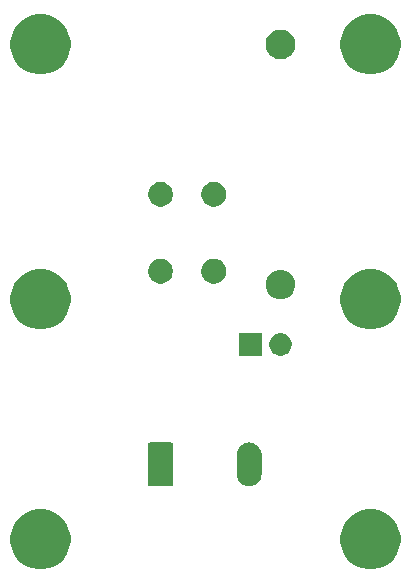
<source format=gbr>
G04 #@! TF.GenerationSoftware,KiCad,Pcbnew,5.1.1-8be2ce7~80~ubuntu18.04.1*
G04 #@! TF.CreationDate,2019-04-20T17:41:40+02:00*
G04 #@! TF.ProjectId,EH19,45483139-2e6b-4696-9361-645f70636258,rev?*
G04 #@! TF.SameCoordinates,Original*
G04 #@! TF.FileFunction,Soldermask,Top*
G04 #@! TF.FilePolarity,Negative*
%FSLAX46Y46*%
G04 Gerber Fmt 4.6, Leading zero omitted, Abs format (unit mm)*
G04 Created by KiCad (PCBNEW 5.1.1-8be2ce7~80~ubuntu18.04.1) date 2019-04-20 17:41:40*
%MOMM*%
%LPD*%
G04 APERTURE LIST*
%ADD10C,0.100000*%
G04 APERTURE END LIST*
D10*
G36*
X136634098Y-108037033D02*
G01*
X137098350Y-108229332D01*
X137098352Y-108229333D01*
X137516168Y-108508509D01*
X137871491Y-108863832D01*
X138150667Y-109281648D01*
X138150668Y-109281650D01*
X138342967Y-109745902D01*
X138441000Y-110238747D01*
X138441000Y-110741253D01*
X138342967Y-111234098D01*
X138150668Y-111698350D01*
X138150667Y-111698352D01*
X137871491Y-112116168D01*
X137516168Y-112471491D01*
X137098352Y-112750667D01*
X137098351Y-112750668D01*
X137098350Y-112750668D01*
X136634098Y-112942967D01*
X136141253Y-113041000D01*
X135638747Y-113041000D01*
X135145902Y-112942967D01*
X134681650Y-112750668D01*
X134681649Y-112750668D01*
X134681648Y-112750667D01*
X134263832Y-112471491D01*
X133908509Y-112116168D01*
X133629333Y-111698352D01*
X133629332Y-111698350D01*
X133437033Y-111234098D01*
X133339000Y-110741253D01*
X133339000Y-110238747D01*
X133437033Y-109745902D01*
X133629332Y-109281650D01*
X133629333Y-109281648D01*
X133908509Y-108863832D01*
X134263832Y-108508509D01*
X134681648Y-108229333D01*
X134681650Y-108229332D01*
X135145902Y-108037033D01*
X135638747Y-107939000D01*
X136141253Y-107939000D01*
X136634098Y-108037033D01*
X136634098Y-108037033D01*
G37*
G36*
X164574098Y-108037033D02*
G01*
X165038350Y-108229332D01*
X165038352Y-108229333D01*
X165456168Y-108508509D01*
X165811491Y-108863832D01*
X166090667Y-109281648D01*
X166090668Y-109281650D01*
X166282967Y-109745902D01*
X166381000Y-110238747D01*
X166381000Y-110741253D01*
X166282967Y-111234098D01*
X166090668Y-111698350D01*
X166090667Y-111698352D01*
X165811491Y-112116168D01*
X165456168Y-112471491D01*
X165038352Y-112750667D01*
X165038351Y-112750668D01*
X165038350Y-112750668D01*
X164574098Y-112942967D01*
X164081253Y-113041000D01*
X163578747Y-113041000D01*
X163085902Y-112942967D01*
X162621650Y-112750668D01*
X162621649Y-112750668D01*
X162621648Y-112750667D01*
X162203832Y-112471491D01*
X161848509Y-112116168D01*
X161569333Y-111698352D01*
X161569332Y-111698350D01*
X161377033Y-111234098D01*
X161279000Y-110741253D01*
X161279000Y-110238747D01*
X161377033Y-109745902D01*
X161569332Y-109281650D01*
X161569333Y-109281648D01*
X161848509Y-108863832D01*
X162203832Y-108508509D01*
X162621648Y-108229333D01*
X162621650Y-108229332D01*
X163085902Y-108037033D01*
X163578747Y-107939000D01*
X164081253Y-107939000D01*
X164574098Y-108037033D01*
X164574098Y-108037033D01*
G37*
G36*
X153756031Y-102304207D02*
G01*
X153954145Y-102364305D01*
X153954148Y-102364306D01*
X154008872Y-102393557D01*
X154136729Y-102461897D01*
X154296765Y-102593235D01*
X154428103Y-102753271D01*
X154428104Y-102753273D01*
X154525694Y-102935851D01*
X154525694Y-102935852D01*
X154525695Y-102935854D01*
X154585793Y-103133968D01*
X154601000Y-103288370D01*
X154601000Y-104991630D01*
X154585793Y-105146032D01*
X154525695Y-105344146D01*
X154525694Y-105344149D01*
X154473939Y-105440975D01*
X154428103Y-105526729D01*
X154296765Y-105686765D01*
X154136729Y-105818103D01*
X154067976Y-105854852D01*
X153954149Y-105915694D01*
X153954146Y-105915695D01*
X153756032Y-105975793D01*
X153550000Y-105996085D01*
X153343969Y-105975793D01*
X153145855Y-105915695D01*
X153145852Y-105915694D01*
X153032025Y-105854852D01*
X152963272Y-105818103D01*
X152803236Y-105686765D01*
X152671898Y-105526729D01*
X152637904Y-105463130D01*
X152574305Y-105344146D01*
X152514207Y-105146033D01*
X152499000Y-104991631D01*
X152499000Y-103288370D01*
X152514207Y-103133971D01*
X152514207Y-103133969D01*
X152574305Y-102935855D01*
X152574306Y-102935852D01*
X152609521Y-102869970D01*
X152671897Y-102753271D01*
X152803235Y-102593235D01*
X152963271Y-102461897D01*
X153091127Y-102393557D01*
X153145851Y-102364306D01*
X153145854Y-102364305D01*
X153343968Y-102304207D01*
X153550000Y-102283915D01*
X153756031Y-102304207D01*
X153756031Y-102304207D01*
G37*
G36*
X146964852Y-102292840D02*
G01*
X146996443Y-102302423D01*
X147025557Y-102317985D01*
X147051074Y-102338926D01*
X147072015Y-102364443D01*
X147087577Y-102393557D01*
X147097160Y-102425148D01*
X147101000Y-102464140D01*
X147101000Y-105815860D01*
X147097160Y-105854852D01*
X147087577Y-105886443D01*
X147072015Y-105915557D01*
X147051074Y-105941074D01*
X147025557Y-105962015D01*
X146996443Y-105977577D01*
X146964852Y-105987160D01*
X146925860Y-105991000D01*
X145174140Y-105991000D01*
X145135148Y-105987160D01*
X145103557Y-105977577D01*
X145074443Y-105962015D01*
X145048926Y-105941074D01*
X145027985Y-105915557D01*
X145012423Y-105886443D01*
X145002840Y-105854852D01*
X144999000Y-105815860D01*
X144999000Y-102464140D01*
X145002840Y-102425148D01*
X145012423Y-102393557D01*
X145027985Y-102364443D01*
X145048926Y-102338926D01*
X145074443Y-102317985D01*
X145103557Y-102302423D01*
X145135148Y-102292840D01*
X145174140Y-102289000D01*
X146925860Y-102289000D01*
X146964852Y-102292840D01*
X146964852Y-102292840D01*
G37*
G36*
X154621000Y-94931000D02*
G01*
X152719000Y-94931000D01*
X152719000Y-93029000D01*
X154621000Y-93029000D01*
X154621000Y-94931000D01*
X154621000Y-94931000D01*
G37*
G36*
X156487395Y-93065546D02*
G01*
X156660466Y-93137234D01*
X156660467Y-93137235D01*
X156816227Y-93241310D01*
X156948690Y-93373773D01*
X156948691Y-93373775D01*
X157052766Y-93529534D01*
X157124454Y-93702605D01*
X157161000Y-93886333D01*
X157161000Y-94073667D01*
X157124454Y-94257395D01*
X157052766Y-94430466D01*
X157052765Y-94430467D01*
X156948690Y-94586227D01*
X156816227Y-94718690D01*
X156737818Y-94771081D01*
X156660466Y-94822766D01*
X156487395Y-94894454D01*
X156303667Y-94931000D01*
X156116333Y-94931000D01*
X155932605Y-94894454D01*
X155759534Y-94822766D01*
X155682182Y-94771081D01*
X155603773Y-94718690D01*
X155471310Y-94586227D01*
X155367235Y-94430467D01*
X155367234Y-94430466D01*
X155295546Y-94257395D01*
X155259000Y-94073667D01*
X155259000Y-93886333D01*
X155295546Y-93702605D01*
X155367234Y-93529534D01*
X155471309Y-93373775D01*
X155471310Y-93373773D01*
X155603773Y-93241310D01*
X155759533Y-93137235D01*
X155759534Y-93137234D01*
X155932605Y-93065546D01*
X156116333Y-93029000D01*
X156303667Y-93029000D01*
X156487395Y-93065546D01*
X156487395Y-93065546D01*
G37*
G36*
X164574098Y-87717033D02*
G01*
X165038350Y-87909332D01*
X165038352Y-87909333D01*
X165456168Y-88188509D01*
X165811491Y-88543832D01*
X166049475Y-88900000D01*
X166090668Y-88961650D01*
X166282967Y-89425902D01*
X166381000Y-89918747D01*
X166381000Y-90421253D01*
X166282967Y-90914098D01*
X166090668Y-91378350D01*
X166090667Y-91378352D01*
X165811491Y-91796168D01*
X165456168Y-92151491D01*
X165038352Y-92430667D01*
X165038351Y-92430668D01*
X165038350Y-92430668D01*
X164574098Y-92622967D01*
X164081253Y-92721000D01*
X163578747Y-92721000D01*
X163085902Y-92622967D01*
X162621650Y-92430668D01*
X162621649Y-92430668D01*
X162621648Y-92430667D01*
X162203832Y-92151491D01*
X161848509Y-91796168D01*
X161569333Y-91378352D01*
X161569332Y-91378350D01*
X161377033Y-90914098D01*
X161279000Y-90421253D01*
X161279000Y-89918747D01*
X161377033Y-89425902D01*
X161569332Y-88961650D01*
X161610525Y-88900000D01*
X161848509Y-88543832D01*
X162203832Y-88188509D01*
X162621648Y-87909333D01*
X162621650Y-87909332D01*
X163085902Y-87717033D01*
X163578747Y-87619000D01*
X164081253Y-87619000D01*
X164574098Y-87717033D01*
X164574098Y-87717033D01*
G37*
G36*
X136634098Y-87717033D02*
G01*
X137098350Y-87909332D01*
X137098352Y-87909333D01*
X137516168Y-88188509D01*
X137871491Y-88543832D01*
X138109475Y-88900000D01*
X138150668Y-88961650D01*
X138342967Y-89425902D01*
X138441000Y-89918747D01*
X138441000Y-90421253D01*
X138342967Y-90914098D01*
X138150668Y-91378350D01*
X138150667Y-91378352D01*
X137871491Y-91796168D01*
X137516168Y-92151491D01*
X137098352Y-92430667D01*
X137098351Y-92430668D01*
X137098350Y-92430668D01*
X136634098Y-92622967D01*
X136141253Y-92721000D01*
X135638747Y-92721000D01*
X135145902Y-92622967D01*
X134681650Y-92430668D01*
X134681649Y-92430668D01*
X134681648Y-92430667D01*
X134263832Y-92151491D01*
X133908509Y-91796168D01*
X133629333Y-91378352D01*
X133629332Y-91378350D01*
X133437033Y-90914098D01*
X133339000Y-90421253D01*
X133339000Y-89918747D01*
X133437033Y-89425902D01*
X133629332Y-88961650D01*
X133670525Y-88900000D01*
X133908509Y-88543832D01*
X134263832Y-88188509D01*
X134681648Y-87909333D01*
X134681650Y-87909332D01*
X135145902Y-87717033D01*
X135638747Y-87619000D01*
X136141253Y-87619000D01*
X136634098Y-87717033D01*
X136634098Y-87717033D01*
G37*
G36*
X156455239Y-87667101D02*
G01*
X156691053Y-87738634D01*
X156908381Y-87854799D01*
X157098871Y-88011129D01*
X157255201Y-88201619D01*
X157371366Y-88418947D01*
X157442899Y-88654761D01*
X157467053Y-88900000D01*
X157442899Y-89145239D01*
X157371366Y-89381053D01*
X157255201Y-89598381D01*
X157098871Y-89788871D01*
X156908381Y-89945201D01*
X156691053Y-90061366D01*
X156455239Y-90132899D01*
X156271457Y-90151000D01*
X156148543Y-90151000D01*
X155964761Y-90132899D01*
X155728947Y-90061366D01*
X155511619Y-89945201D01*
X155321129Y-89788871D01*
X155164799Y-89598381D01*
X155048634Y-89381053D01*
X154977101Y-89145239D01*
X154952947Y-88900000D01*
X154977101Y-88654761D01*
X155048634Y-88418947D01*
X155164799Y-88201619D01*
X155321129Y-88011129D01*
X155511619Y-87854799D01*
X155728947Y-87738634D01*
X155964761Y-87667101D01*
X156148543Y-87649000D01*
X156271457Y-87649000D01*
X156455239Y-87667101D01*
X156455239Y-87667101D01*
G37*
G36*
X150856564Y-86769389D02*
G01*
X151047833Y-86848615D01*
X151047835Y-86848616D01*
X151219973Y-86963635D01*
X151366365Y-87110027D01*
X151481385Y-87282167D01*
X151560611Y-87473436D01*
X151601000Y-87676484D01*
X151601000Y-87883516D01*
X151560611Y-88086564D01*
X151512953Y-88201620D01*
X151481384Y-88277835D01*
X151366365Y-88449973D01*
X151219973Y-88596365D01*
X151047835Y-88711384D01*
X151047834Y-88711385D01*
X151047833Y-88711385D01*
X150856564Y-88790611D01*
X150653516Y-88831000D01*
X150446484Y-88831000D01*
X150243436Y-88790611D01*
X150052167Y-88711385D01*
X150052166Y-88711385D01*
X150052165Y-88711384D01*
X149880027Y-88596365D01*
X149733635Y-88449973D01*
X149618616Y-88277835D01*
X149587047Y-88201620D01*
X149539389Y-88086564D01*
X149499000Y-87883516D01*
X149499000Y-87676484D01*
X149539389Y-87473436D01*
X149618615Y-87282167D01*
X149733635Y-87110027D01*
X149880027Y-86963635D01*
X150052165Y-86848616D01*
X150052167Y-86848615D01*
X150243436Y-86769389D01*
X150446484Y-86729000D01*
X150653516Y-86729000D01*
X150856564Y-86769389D01*
X150856564Y-86769389D01*
G37*
G36*
X146356564Y-86769389D02*
G01*
X146547833Y-86848615D01*
X146547835Y-86848616D01*
X146719973Y-86963635D01*
X146866365Y-87110027D01*
X146981385Y-87282167D01*
X147060611Y-87473436D01*
X147101000Y-87676484D01*
X147101000Y-87883516D01*
X147060611Y-88086564D01*
X147012953Y-88201620D01*
X146981384Y-88277835D01*
X146866365Y-88449973D01*
X146719973Y-88596365D01*
X146547835Y-88711384D01*
X146547834Y-88711385D01*
X146547833Y-88711385D01*
X146356564Y-88790611D01*
X146153516Y-88831000D01*
X145946484Y-88831000D01*
X145743436Y-88790611D01*
X145552167Y-88711385D01*
X145552166Y-88711385D01*
X145552165Y-88711384D01*
X145380027Y-88596365D01*
X145233635Y-88449973D01*
X145118616Y-88277835D01*
X145087047Y-88201620D01*
X145039389Y-88086564D01*
X144999000Y-87883516D01*
X144999000Y-87676484D01*
X145039389Y-87473436D01*
X145118615Y-87282167D01*
X145233635Y-87110027D01*
X145380027Y-86963635D01*
X145552165Y-86848616D01*
X145552167Y-86848615D01*
X145743436Y-86769389D01*
X145946484Y-86729000D01*
X146153516Y-86729000D01*
X146356564Y-86769389D01*
X146356564Y-86769389D01*
G37*
G36*
X146356564Y-80269389D02*
G01*
X146547833Y-80348615D01*
X146547835Y-80348616D01*
X146719973Y-80463635D01*
X146866365Y-80610027D01*
X146981385Y-80782167D01*
X147060611Y-80973436D01*
X147101000Y-81176484D01*
X147101000Y-81383516D01*
X147060611Y-81586564D01*
X146981385Y-81777833D01*
X146981384Y-81777835D01*
X146866365Y-81949973D01*
X146719973Y-82096365D01*
X146547835Y-82211384D01*
X146547834Y-82211385D01*
X146547833Y-82211385D01*
X146356564Y-82290611D01*
X146153516Y-82331000D01*
X145946484Y-82331000D01*
X145743436Y-82290611D01*
X145552167Y-82211385D01*
X145552166Y-82211385D01*
X145552165Y-82211384D01*
X145380027Y-82096365D01*
X145233635Y-81949973D01*
X145118616Y-81777835D01*
X145118615Y-81777833D01*
X145039389Y-81586564D01*
X144999000Y-81383516D01*
X144999000Y-81176484D01*
X145039389Y-80973436D01*
X145118615Y-80782167D01*
X145233635Y-80610027D01*
X145380027Y-80463635D01*
X145552165Y-80348616D01*
X145552167Y-80348615D01*
X145743436Y-80269389D01*
X145946484Y-80229000D01*
X146153516Y-80229000D01*
X146356564Y-80269389D01*
X146356564Y-80269389D01*
G37*
G36*
X150856564Y-80269389D02*
G01*
X151047833Y-80348615D01*
X151047835Y-80348616D01*
X151219973Y-80463635D01*
X151366365Y-80610027D01*
X151481385Y-80782167D01*
X151560611Y-80973436D01*
X151601000Y-81176484D01*
X151601000Y-81383516D01*
X151560611Y-81586564D01*
X151481385Y-81777833D01*
X151481384Y-81777835D01*
X151366365Y-81949973D01*
X151219973Y-82096365D01*
X151047835Y-82211384D01*
X151047834Y-82211385D01*
X151047833Y-82211385D01*
X150856564Y-82290611D01*
X150653516Y-82331000D01*
X150446484Y-82331000D01*
X150243436Y-82290611D01*
X150052167Y-82211385D01*
X150052166Y-82211385D01*
X150052165Y-82211384D01*
X149880027Y-82096365D01*
X149733635Y-81949973D01*
X149618616Y-81777835D01*
X149618615Y-81777833D01*
X149539389Y-81586564D01*
X149499000Y-81383516D01*
X149499000Y-81176484D01*
X149539389Y-80973436D01*
X149618615Y-80782167D01*
X149733635Y-80610027D01*
X149880027Y-80463635D01*
X150052165Y-80348616D01*
X150052167Y-80348615D01*
X150243436Y-80269389D01*
X150446484Y-80229000D01*
X150653516Y-80229000D01*
X150856564Y-80269389D01*
X150856564Y-80269389D01*
G37*
G36*
X136634098Y-66127033D02*
G01*
X137098350Y-66319332D01*
X137098352Y-66319333D01*
X137516168Y-66598509D01*
X137871491Y-66953832D01*
X138122170Y-67329000D01*
X138150668Y-67371650D01*
X138342967Y-67835902D01*
X138441000Y-68328747D01*
X138441000Y-68831253D01*
X138342967Y-69324098D01*
X138191976Y-69688623D01*
X138150667Y-69788352D01*
X137871491Y-70206168D01*
X137516168Y-70561491D01*
X137098352Y-70840667D01*
X137098351Y-70840668D01*
X137098350Y-70840668D01*
X136634098Y-71032967D01*
X136141253Y-71131000D01*
X135638747Y-71131000D01*
X135145902Y-71032967D01*
X134681650Y-70840668D01*
X134681649Y-70840668D01*
X134681648Y-70840667D01*
X134263832Y-70561491D01*
X133908509Y-70206168D01*
X133629333Y-69788352D01*
X133588024Y-69688623D01*
X133437033Y-69324098D01*
X133339000Y-68831253D01*
X133339000Y-68328747D01*
X133437033Y-67835902D01*
X133629332Y-67371650D01*
X133657830Y-67329000D01*
X133908509Y-66953832D01*
X134263832Y-66598509D01*
X134681648Y-66319333D01*
X134681650Y-66319332D01*
X135145902Y-66127033D01*
X135638747Y-66029000D01*
X136141253Y-66029000D01*
X136634098Y-66127033D01*
X136634098Y-66127033D01*
G37*
G36*
X164574098Y-66127033D02*
G01*
X165038350Y-66319332D01*
X165038352Y-66319333D01*
X165456168Y-66598509D01*
X165811491Y-66953832D01*
X166062170Y-67329000D01*
X166090668Y-67371650D01*
X166282967Y-67835902D01*
X166381000Y-68328747D01*
X166381000Y-68831253D01*
X166282967Y-69324098D01*
X166131976Y-69688623D01*
X166090667Y-69788352D01*
X165811491Y-70206168D01*
X165456168Y-70561491D01*
X165038352Y-70840667D01*
X165038351Y-70840668D01*
X165038350Y-70840668D01*
X164574098Y-71032967D01*
X164081253Y-71131000D01*
X163578747Y-71131000D01*
X163085902Y-71032967D01*
X162621650Y-70840668D01*
X162621649Y-70840668D01*
X162621648Y-70840667D01*
X162203832Y-70561491D01*
X161848509Y-70206168D01*
X161569333Y-69788352D01*
X161528024Y-69688623D01*
X161377033Y-69324098D01*
X161279000Y-68831253D01*
X161279000Y-68328747D01*
X161377033Y-67835902D01*
X161569332Y-67371650D01*
X161597830Y-67329000D01*
X161848509Y-66953832D01*
X162203832Y-66598509D01*
X162621648Y-66319333D01*
X162621650Y-66319332D01*
X163085902Y-66127033D01*
X163578747Y-66029000D01*
X164081253Y-66029000D01*
X164574098Y-66127033D01*
X164574098Y-66127033D01*
G37*
G36*
X156547620Y-67371648D02*
G01*
X156574903Y-67377075D01*
X156802571Y-67471378D01*
X157007466Y-67608285D01*
X157181715Y-67782534D01*
X157318622Y-67987429D01*
X157412925Y-68215097D01*
X157461000Y-68456787D01*
X157461000Y-68703213D01*
X157412925Y-68944903D01*
X157318622Y-69172571D01*
X157181715Y-69377466D01*
X157007466Y-69551715D01*
X156802571Y-69688622D01*
X156802570Y-69688623D01*
X156802569Y-69688623D01*
X156574903Y-69782925D01*
X156333214Y-69831000D01*
X156086786Y-69831000D01*
X155845097Y-69782925D01*
X155617431Y-69688623D01*
X155617430Y-69688623D01*
X155617429Y-69688622D01*
X155412534Y-69551715D01*
X155238285Y-69377466D01*
X155101378Y-69172571D01*
X155007075Y-68944903D01*
X154959000Y-68703213D01*
X154959000Y-68456787D01*
X155007075Y-68215097D01*
X155101378Y-67987429D01*
X155238285Y-67782534D01*
X155412534Y-67608285D01*
X155617429Y-67471378D01*
X155845097Y-67377075D01*
X155872380Y-67371648D01*
X156086786Y-67329000D01*
X156333214Y-67329000D01*
X156547620Y-67371648D01*
X156547620Y-67371648D01*
G37*
M02*

</source>
